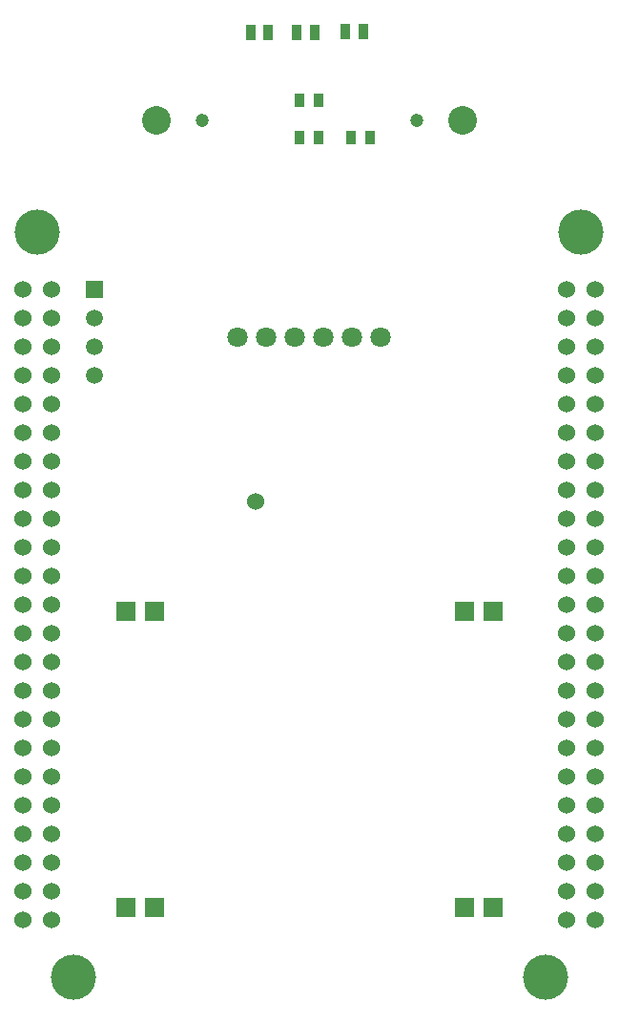
<source format=gbr>
G04 Layer_Color=255*
%FSLAX26Y26*%
%MOIN*%
%TF.FileFunction,Pads,Top*%
%TF.Part,Single*%
G01*
G75*
%TA.AperFunction,SMDPad,CuDef*%
%ADD10R,0.037402X0.053150*%
%ADD11R,0.033465X0.051181*%
%TA.AperFunction,ComponentPad*%
%ADD13C,0.157480*%
%ADD14C,0.060000*%
%TA.AperFunction,ViaPad*%
%ADD15C,0.060000*%
%TA.AperFunction,ComponentPad*%
%ADD16C,0.100000*%
%ADD17C,0.047000*%
%ADD18R,0.059055X0.059055*%
%ADD19C,0.059055*%
%ADD20R,0.070866X0.070866*%
%ADD21C,0.070866*%
D10*
X756740Y895992D02*
D03*
X693748D02*
D03*
X918976D02*
D03*
X855984D02*
D03*
X1088976Y898229D02*
D03*
X1025985D02*
D03*
D11*
X933464Y660000D02*
D03*
X866536D02*
D03*
X1046536Y530000D02*
D03*
X1113464D02*
D03*
X933464D02*
D03*
X866536D02*
D03*
D13*
X1850000Y200000D02*
D03*
X-50000D02*
D03*
X75000Y-2400000D02*
D03*
X1725000D02*
D03*
D14*
X1800000Y0D02*
D03*
Y-100000D02*
D03*
Y-200000D02*
D03*
Y-300000D02*
D03*
Y-400000D02*
D03*
Y-500000D02*
D03*
Y-600000D02*
D03*
Y-700000D02*
D03*
Y-800000D02*
D03*
Y-900000D02*
D03*
Y-1000000D02*
D03*
Y-1100000D02*
D03*
Y-1200000D02*
D03*
Y-1300000D02*
D03*
Y-1400000D02*
D03*
Y-1500000D02*
D03*
Y-1600000D02*
D03*
Y-1700000D02*
D03*
Y-1800000D02*
D03*
Y-1900000D02*
D03*
Y-2000000D02*
D03*
Y-2100000D02*
D03*
Y-2200000D02*
D03*
X1900000Y-100000D02*
D03*
Y-200000D02*
D03*
Y-300000D02*
D03*
Y-400000D02*
D03*
Y-500000D02*
D03*
Y-600000D02*
D03*
Y-700000D02*
D03*
Y-800000D02*
D03*
Y-900000D02*
D03*
Y-1000000D02*
D03*
Y-1100000D02*
D03*
Y-1200000D02*
D03*
Y-1300000D02*
D03*
Y-1400000D02*
D03*
Y-1500000D02*
D03*
Y-1600000D02*
D03*
Y-1700000D02*
D03*
Y-1800000D02*
D03*
Y-1900000D02*
D03*
Y-2000000D02*
D03*
Y-2100000D02*
D03*
Y-2200000D02*
D03*
X0Y0D02*
D03*
X-100000D02*
D03*
Y-100000D02*
D03*
Y-200000D02*
D03*
Y-300000D02*
D03*
Y-400000D02*
D03*
Y-500000D02*
D03*
Y-600000D02*
D03*
Y-700000D02*
D03*
Y-800000D02*
D03*
Y-900000D02*
D03*
Y-1000000D02*
D03*
Y-1100000D02*
D03*
Y-1200000D02*
D03*
Y-1300000D02*
D03*
Y-1400000D02*
D03*
Y-1500000D02*
D03*
Y-1600000D02*
D03*
Y-1700000D02*
D03*
Y-1800000D02*
D03*
Y-1900000D02*
D03*
Y-2000000D02*
D03*
Y-2100000D02*
D03*
Y-2200000D02*
D03*
X0Y-100000D02*
D03*
Y-200000D02*
D03*
Y-300000D02*
D03*
Y-400000D02*
D03*
Y-500000D02*
D03*
Y-600000D02*
D03*
Y-700000D02*
D03*
Y-800000D02*
D03*
Y-900000D02*
D03*
Y-1000000D02*
D03*
Y-1100000D02*
D03*
Y-1200000D02*
D03*
Y-1300000D02*
D03*
Y-1400000D02*
D03*
Y-1500000D02*
D03*
Y-1600000D02*
D03*
Y-1700000D02*
D03*
Y-1800000D02*
D03*
Y-1900000D02*
D03*
Y-2000000D02*
D03*
Y-2100000D02*
D03*
Y-2200000D02*
D03*
X1900000Y0D02*
D03*
D15*
X711614Y-740000D02*
D03*
D16*
X1436200Y590000D02*
D03*
X363800D02*
D03*
D17*
X525700D02*
D03*
X1274300Y588400D02*
D03*
D18*
X150000Y0D02*
D03*
D19*
Y-100000D02*
D03*
Y-200000D02*
D03*
Y-300000D02*
D03*
D20*
X1440551Y-2156000D02*
D03*
X1540551D02*
D03*
X359449D02*
D03*
X259449D02*
D03*
Y-1124897D02*
D03*
X359449D02*
D03*
X1440551D02*
D03*
X1540551D02*
D03*
D21*
X1150000Y-166000D02*
D03*
X1050000D02*
D03*
X950000D02*
D03*
X850000D02*
D03*
X750000D02*
D03*
X650000D02*
D03*
%TF.MD5,3992889e076c73fb1a0a098fb4f8eca7*%
M02*

</source>
